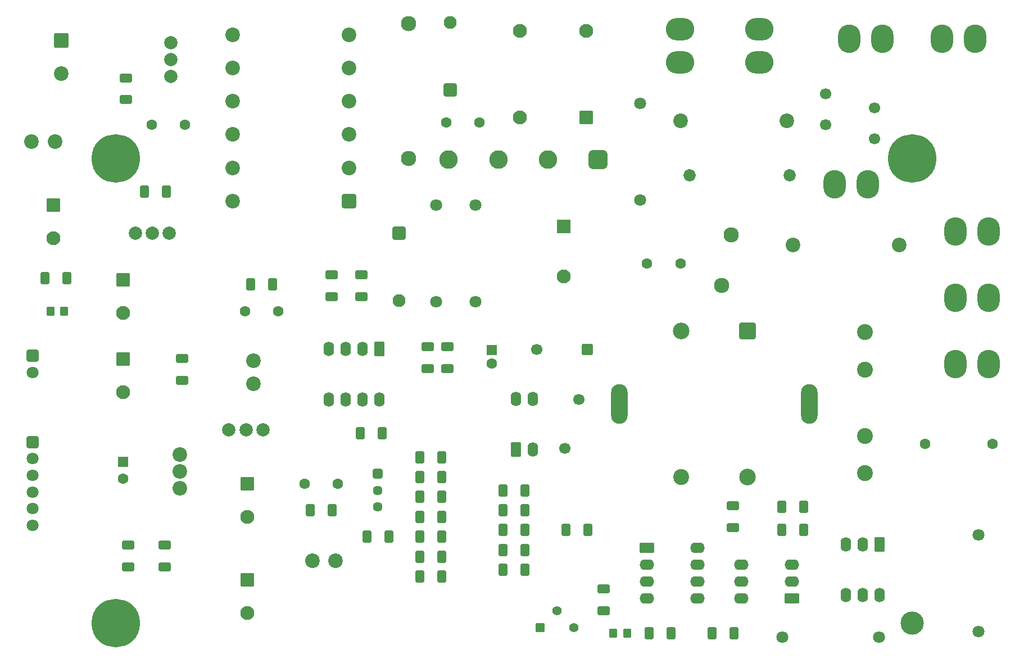
<source format=gbr>
%TF.GenerationSoftware,KiCad,Pcbnew,9.0.7*%
%TF.CreationDate,2026-02-24T00:50:47+09:00*%
%TF.ProjectId,POWER_BD_SV3,504f5745-525f-4424-945f-5356332e6b69,rev?*%
%TF.SameCoordinates,Original*%
%TF.FileFunction,Soldermask,Top*%
%TF.FilePolarity,Negative*%
%FSLAX46Y46*%
G04 Gerber Fmt 4.6, Leading zero omitted, Abs format (unit mm)*
G04 Created by KiCad (PCBNEW 9.0.7) date 2026-02-24 00:50:47*
%MOMM*%
%LPD*%
G01*
G04 APERTURE LIST*
G04 Aperture macros list*
%AMRoundRect*
0 Rectangle with rounded corners*
0 $1 Rounding radius*
0 $2 $3 $4 $5 $6 $7 $8 $9 X,Y pos of 4 corners*
0 Add a 4 corners polygon primitive as box body*
4,1,4,$2,$3,$4,$5,$6,$7,$8,$9,$2,$3,0*
0 Add four circle primitives for the rounded corners*
1,1,$1+$1,$2,$3*
1,1,$1+$1,$4,$5*
1,1,$1+$1,$6,$7*
1,1,$1+$1,$8,$9*
0 Add four rect primitives between the rounded corners*
20,1,$1+$1,$2,$3,$4,$5,0*
20,1,$1+$1,$4,$5,$6,$7,0*
20,1,$1+$1,$6,$7,$8,$9,0*
20,1,$1+$1,$8,$9,$2,$3,0*%
G04 Aperture macros list end*
%ADD10RoundRect,0.291667X0.758333X-0.758333X0.758333X0.758333X-0.758333X0.758333X-0.758333X-0.758333X0*%
%ADD11C,2.100000*%
%ADD12RoundRect,0.286416X-0.413584X-0.413584X0.413584X-0.413584X0.413584X0.413584X-0.413584X0.413584X0*%
%ADD13C,1.400000*%
%ADD14RoundRect,0.250000X0.550000X-0.850000X0.550000X0.850000X-0.550000X0.850000X-0.550000X-0.850000X0*%
%ADD15O,1.600000X2.200000*%
%ADD16C,1.850000*%
%ADD17RoundRect,0.150000X-0.530000X-0.750000X0.530000X-0.750000X0.530000X0.750000X-0.530000X0.750000X0*%
%ADD18C,2.200000*%
%ADD19C,1.600000*%
%ADD20RoundRect,0.262500X-0.787500X0.787500X-0.787500X-0.787500X0.787500X-0.787500X0.787500X0.787500X0*%
%ADD21C,2.000000*%
%ADD22RoundRect,0.150000X-0.750000X0.530000X-0.750000X-0.530000X0.750000X-0.530000X0.750000X0.530000X0*%
%ADD23RoundRect,0.500000X0.900000X0.900000X-0.900000X0.900000X-0.900000X-0.900000X0.900000X-0.900000X0*%
%ADD24C,2.800000*%
%ADD25RoundRect,0.216000X-0.684000X0.684000X-0.684000X-0.684000X0.684000X-0.684000X0.684000X0.684000X0*%
%ADD26C,1.800000*%
%ADD27C,1.700000*%
%ADD28RoundRect,0.250000X-0.550000X0.550000X-0.550000X-0.550000X0.550000X-0.550000X0.550000X0.550000X0*%
%ADD29O,3.400000X4.300000*%
%ADD30RoundRect,0.150000X0.530000X0.750000X-0.530000X0.750000X-0.530000X-0.750000X0.530000X-0.750000X0*%
%ADD31RoundRect,0.250000X-0.600000X-0.600000X0.600000X-0.600000X0.600000X0.600000X-0.600000X0.600000X0*%
%ADD32RoundRect,0.366667X0.733333X-0.733333X0.733333X0.733333X-0.733333X0.733333X-0.733333X-0.733333X0*%
%ADD33RoundRect,0.150000X0.750000X-0.530000X0.750000X0.530000X-0.750000X0.530000X-0.750000X-0.530000X0*%
%ADD34RoundRect,0.250000X-0.475000X0.475000X-0.475000X-0.475000X0.475000X-0.475000X0.475000X0.475000X0*%
%ADD35C,1.450000*%
%ADD36C,3.500000*%
%ADD37RoundRect,0.250000X-0.800000X0.800000X-0.800000X-0.800000X0.800000X-0.800000X0.800000X0.800000X0*%
%ADD38C,7.300000*%
%ADD39O,4.300000X3.400000*%
%ADD40C,2.300000*%
%ADD41C,1.950000*%
%ADD42RoundRect,0.243750X-0.731250X0.731250X-0.731250X-0.731250X0.731250X-0.731250X0.731250X0.731250X0*%
%ADD43RoundRect,0.260417X0.989583X0.989583X-0.989583X0.989583X-0.989583X-0.989583X0.989583X-0.989583X0*%
%ADD44C,2.500000*%
%ADD45C,2.400000*%
%ADD46O,2.500000X6.000000*%
%ADD47RoundRect,0.250000X-0.550000X0.850000X-0.550000X-0.850000X0.550000X-0.850000X0.550000X0.850000X0*%
%ADD48RoundRect,0.150000X-0.480000X-0.550000X0.480000X-0.550000X0.480000X0.550000X-0.480000X0.550000X0*%
%ADD49RoundRect,0.229167X-0.870833X0.870833X-0.870833X-0.870833X0.870833X-0.870833X0.870833X0.870833X0*%
%ADD50RoundRect,0.243750X0.731250X-0.731250X0.731250X0.731250X-0.731250X0.731250X-0.731250X-0.731250X0*%
%ADD51RoundRect,0.250000X-0.850000X-0.550000X0.850000X-0.550000X0.850000X0.550000X-0.850000X0.550000X0*%
%ADD52O,2.200000X1.600000*%
%ADD53RoundRect,0.250000X0.850000X0.550000X-0.850000X0.550000X-0.850000X-0.550000X0.850000X-0.550000X0*%
G04 APERTURE END LIST*
D10*
%TO.C,LF1*%
X86900000Y81200000D03*
D11*
X86900000Y94200000D03*
X76900000Y94200000D03*
X76900000Y81200000D03*
%TD*%
D12*
%TO.C,RV2*%
X79930000Y4285000D03*
D13*
X82470000Y6825000D03*
X85010000Y4285000D03*
%TD*%
D14*
%TO.C,U3*%
X76330000Y31175000D03*
D15*
X78870000Y31175000D03*
X78870000Y38795000D03*
X76330000Y38795000D03*
%TD*%
D16*
%TO.C,C3*%
X102500000Y72500000D03*
X117500000Y72500000D03*
%TD*%
D17*
%TO.C,R2*%
X116350000Y22500000D03*
X119650000Y22500000D03*
%TD*%
D18*
%TO.C,L3*%
X49150000Y14400000D03*
X45650000Y14400000D03*
%TD*%
D17*
%TO.C,R23*%
X105850000Y3500000D03*
X109150000Y3500000D03*
%TD*%
D19*
%TO.C,C18*%
X49500000Y26000000D03*
X44500000Y26000000D03*
%TD*%
D18*
%TO.C,C33*%
X117100000Y80700000D03*
X101100000Y80700000D03*
%TD*%
%TO.C,U6*%
X25700000Y25260000D03*
X25700000Y27800000D03*
X25700000Y30340000D03*
%TD*%
D17*
%TO.C,C13*%
X61850000Y12000000D03*
X65150000Y12000000D03*
%TD*%
D20*
%TO.C,C21*%
X17100000Y56700000D03*
D11*
X17100000Y51700000D03*
%TD*%
D21*
%TO.C,D6*%
X18950000Y63700000D03*
X21500000Y63700000D03*
X24050000Y63700000D03*
%TD*%
D22*
%TO.C,C6*%
X48500000Y57450000D03*
X48500000Y54150000D03*
%TD*%
D23*
%TO.C,D1*%
X88650000Y74800000D03*
D24*
X81150000Y74800000D03*
X73650000Y74800000D03*
X66150000Y74800000D03*
%TD*%
D25*
%TO.C,J2*%
X3500000Y32250000D03*
D26*
X3500000Y29750000D03*
X3500000Y27250000D03*
X3500000Y24750000D03*
X3500000Y22250000D03*
X3500000Y19750000D03*
%TD*%
D17*
%TO.C,R20*%
X53850000Y18000000D03*
X57150000Y18000000D03*
%TD*%
%TO.C,C15*%
X61850000Y24000000D03*
X65150000Y24000000D03*
%TD*%
D27*
%TO.C,C2*%
X130285000Y77950000D03*
X122965000Y80050000D03*
%TD*%
D26*
%TO.C,R4*%
X64237500Y53400000D03*
X64237500Y68000000D03*
%TD*%
D28*
%TO.C,C10*%
X72700000Y46100000D03*
D19*
X72700000Y44100000D03*
%TD*%
D29*
%TO.C,ACL2*%
X126500000Y93000000D03*
X131500000Y93000000D03*
%TD*%
D30*
%TO.C,R21*%
X99650000Y3500000D03*
X96350000Y3500000D03*
%TD*%
D27*
%TO.C,D4*%
X79390000Y46200000D03*
D31*
X87010000Y46200000D03*
%TD*%
D19*
%TO.C,C7*%
X65800000Y80400000D03*
X70800000Y80400000D03*
%TD*%
%TO.C,C16*%
X21400000Y80100000D03*
X26400000Y80100000D03*
%TD*%
D32*
%TO.C,T2*%
X51150000Y68600000D03*
D18*
X51150000Y73600000D03*
X51150000Y78600000D03*
X51150000Y83600000D03*
X51150000Y88600000D03*
X51150000Y93600000D03*
X33650000Y93600000D03*
X33650000Y88600000D03*
X33650000Y83600000D03*
X33650000Y78600000D03*
X33650000Y73600000D03*
X33650000Y68600000D03*
%TD*%
D30*
%TO.C,R10*%
X77650000Y13000000D03*
X74350000Y13000000D03*
%TD*%
%TO.C,R22*%
X8650000Y57000000D03*
X5350000Y57000000D03*
%TD*%
%TO.C,R11*%
X77650000Y19000000D03*
X74350000Y19000000D03*
%TD*%
D26*
%TO.C,R25*%
X146000000Y18300000D03*
X146000000Y3700000D03*
%TD*%
D18*
%TO.C,C32*%
X118000000Y62000000D03*
X134000000Y62000000D03*
%TD*%
%TO.C,L2*%
X36800000Y44550000D03*
X36800000Y41050000D03*
%TD*%
%TO.C,L1*%
X3350000Y77500000D03*
X6850000Y77500000D03*
%TD*%
D30*
%TO.C,C9*%
X56140000Y33590000D03*
X52840000Y33590000D03*
%TD*%
D26*
%TO.C,R3*%
X70200000Y53400000D03*
X70200000Y68000000D03*
%TD*%
D17*
%TO.C,R15*%
X36350000Y56000000D03*
X39650000Y56000000D03*
%TD*%
D33*
%TO.C,C28*%
X23400000Y13450000D03*
X23400000Y16750000D03*
%TD*%
D20*
%TO.C,C24*%
X17100000Y44800000D03*
D11*
X17100000Y39800000D03*
%TD*%
D17*
%TO.C,R19*%
X61850000Y27000000D03*
X65150000Y27000000D03*
%TD*%
D34*
%TO.C,VR1*%
X55500000Y27500000D03*
D35*
X55500000Y25000000D03*
X55500000Y22500000D03*
%TD*%
D36*
%TO.C,H4*%
X136000000Y5000000D03*
%TD*%
D33*
%TO.C,C30*%
X17900000Y13450000D03*
X17900000Y16750000D03*
%TD*%
D37*
%TO.C,C4*%
X83500000Y64750000D03*
D11*
X83500000Y57250000D03*
%TD*%
D30*
%TO.C,R12*%
X77650000Y22000000D03*
X74350000Y22000000D03*
%TD*%
%TO.C,C26*%
X23650000Y70000000D03*
X20350000Y70000000D03*
%TD*%
D22*
%TO.C,R7*%
X63000000Y46650000D03*
X63000000Y43350000D03*
%TD*%
D17*
%TO.C,R17*%
X61850000Y21000000D03*
X65150000Y21000000D03*
%TD*%
D21*
%TO.C,D5*%
X24300000Y92450000D03*
X24300000Y89900000D03*
X24300000Y87350000D03*
%TD*%
D29*
%TO.C,FG1*%
X124300000Y71100000D03*
X129300000Y71100000D03*
%TD*%
D21*
%TO.C,D7*%
X33075000Y34100000D03*
X35625000Y34100000D03*
X38175000Y34100000D03*
%TD*%
D19*
%TO.C,C17*%
X40500000Y52000000D03*
X35500000Y52000000D03*
%TD*%
D38*
%TO.C,H2*%
X16000000Y75000000D03*
%TD*%
D39*
%TO.C,ACN1*%
X101000000Y89500000D03*
X101000000Y94500000D03*
%TD*%
D17*
%TO.C,R13*%
X74350000Y25000000D03*
X77650000Y25000000D03*
%TD*%
D28*
%TO.C,C29*%
X17100000Y29250000D03*
D19*
X17100000Y26750000D03*
%TD*%
D33*
%TO.C,R6*%
X109000000Y19350000D03*
X109000000Y22650000D03*
%TD*%
D38*
%TO.C,H3*%
X16000000Y5000000D03*
%TD*%
D17*
%TO.C,R16*%
X45350000Y22000000D03*
X48650000Y22000000D03*
%TD*%
D38*
%TO.C,H1*%
X136000000Y75000000D03*
%TD*%
D33*
%TO.C,R8*%
X66000000Y43350000D03*
X66000000Y46650000D03*
%TD*%
%TO.C,C27*%
X26000000Y41550000D03*
X26000000Y44850000D03*
%TD*%
D40*
%TO.C,RV1*%
X108750000Y63510000D03*
X107250000Y55890000D03*
%TD*%
D41*
%TO.C,D2*%
X66400000Y95480000D03*
D42*
X66400000Y85320000D03*
%TD*%
D27*
%TO.C,C1*%
X122955000Y84750000D03*
X130275000Y82650000D03*
%TD*%
D43*
%TO.C,T1*%
X111200000Y49000000D03*
D44*
X101200000Y49000000D03*
D45*
X101200000Y27000000D03*
D44*
X111200000Y27000000D03*
D46*
X91900000Y38000000D03*
X120500000Y38000000D03*
%TD*%
D30*
%TO.C,C8*%
X119650000Y19000000D03*
X116350000Y19000000D03*
%TD*%
D40*
%TO.C,R5*%
X60100000Y75040000D03*
X60100000Y95360000D03*
%TD*%
D39*
%TO.C,ACL1*%
X113000000Y89500000D03*
X113000000Y94500000D03*
%TD*%
D29*
%TO.C,A1*%
X142500000Y54000000D03*
X147500000Y54000000D03*
%TD*%
D47*
%TO.C,U2*%
X131070000Y16820000D03*
D15*
X128530000Y16820000D03*
X125990000Y16820000D03*
X125990000Y9200000D03*
X128530000Y9200000D03*
X131070000Y9200000D03*
%TD*%
D30*
%TO.C,R9*%
X77650000Y16000000D03*
X74350000Y16000000D03*
%TD*%
D29*
%TO.C,G1*%
X142500000Y44000000D03*
X147500000Y44000000D03*
%TD*%
D26*
%TO.C,R24*%
X116400000Y2900000D03*
X131000000Y2900000D03*
%TD*%
D29*
%TO.C,A2*%
X142500000Y64000000D03*
X147500000Y64000000D03*
%TD*%
D19*
%TO.C,F2*%
X101140000Y59200000D03*
X96060000Y59200000D03*
%TD*%
D48*
%TO.C,LED2*%
X6170000Y52000000D03*
X8230000Y52000000D03*
%TD*%
D22*
%TO.C,R14*%
X17500000Y87150000D03*
X17500000Y83850000D03*
%TD*%
D20*
%TO.C,C23*%
X6600000Y68000000D03*
D11*
X6600000Y63000000D03*
%TD*%
D49*
%TO.C,C20*%
X7800000Y92800000D03*
D18*
X7800000Y87800000D03*
%TD*%
D26*
%TO.C,R1*%
X95000000Y68700000D03*
X95000000Y83300000D03*
%TD*%
D41*
%TO.C,D3*%
X58725000Y53570000D03*
D50*
X58725000Y63730000D03*
%TD*%
D45*
%TO.C,C31*%
X128900000Y27600000D03*
X128900000Y48800000D03*
X128900000Y33200000D03*
X128900000Y43200000D03*
%TD*%
D20*
%TO.C,C25*%
X35800000Y11500000D03*
D11*
X35800000Y6500000D03*
%TD*%
D51*
%TO.C,U4*%
X95990000Y16310000D03*
D52*
X95990000Y13770000D03*
X95990000Y11230000D03*
X95990000Y8690000D03*
X103610000Y8690000D03*
X103610000Y11230000D03*
X103610000Y13770000D03*
X103610000Y16310000D03*
%TD*%
D53*
%TO.C,U5*%
X117910000Y8724000D03*
D52*
X117910000Y11264000D03*
X117910000Y13804000D03*
X110290000Y13804000D03*
X110290000Y11264000D03*
X110290000Y8724000D03*
%TD*%
D17*
%TO.C,C11*%
X61850000Y15000000D03*
X65150000Y15000000D03*
%TD*%
D22*
%TO.C,C5*%
X53000000Y57450000D03*
X53000000Y54150000D03*
%TD*%
D25*
%TO.C,J3*%
X3500000Y45250000D03*
D26*
X3500000Y42750000D03*
%TD*%
D30*
%TO.C,R18*%
X65150000Y30000000D03*
X61850000Y30000000D03*
%TD*%
D47*
%TO.C,U1*%
X55710000Y46310000D03*
D15*
X53170000Y46310000D03*
X50630000Y46310000D03*
X48090000Y46310000D03*
X48090000Y38690000D03*
X50630000Y38690000D03*
X53170000Y38690000D03*
X55710000Y38690000D03*
%TD*%
D33*
%TO.C,R27*%
X89500000Y6850000D03*
X89500000Y10150000D03*
%TD*%
D30*
%TO.C,C12*%
X87150000Y19000000D03*
X83850000Y19000000D03*
%TD*%
D19*
%TO.C,R26*%
X137920000Y32000000D03*
X148080000Y32000000D03*
%TD*%
D29*
%TO.C,ACN2*%
X140500000Y93000000D03*
X145500000Y93000000D03*
%TD*%
D20*
%TO.C,C22*%
X35800000Y26000000D03*
D11*
X35800000Y21000000D03*
%TD*%
D30*
%TO.C,C19*%
X65150000Y18000000D03*
X61850000Y18000000D03*
%TD*%
D27*
%TO.C,C14*%
X85750000Y38660000D03*
X83650000Y31340000D03*
%TD*%
D48*
%TO.C,LED1*%
X90970000Y3500000D03*
X93030000Y3500000D03*
%TD*%
M02*

</source>
